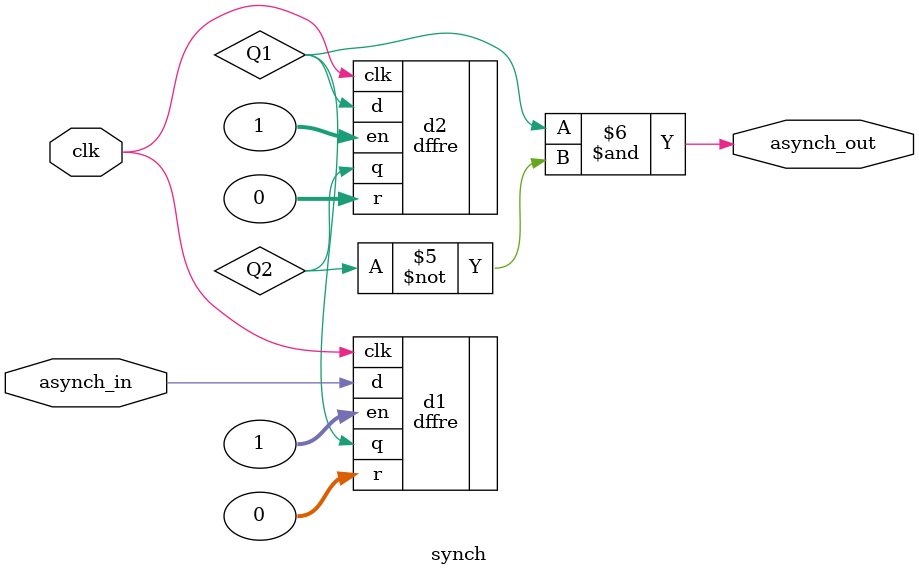
<source format=v>
module synch (
    asynch_in , clk , asynch_out
);
    input asynch_in , clk;
    output asynch_out;
    wire Q1,Q2; 
    dffre #(.n(1)) d1(.en(1) , .r(0) , .clk(clk) , .d(asynch_in) , .q(Q1));
    dffre #(.n(1)) d2(.en(1) , .r(0) , .clk(clk) , .d(Q1) , .q(Q2));
    assign asynch_out = Q1 & (~Q2);
endmodule
</source>
